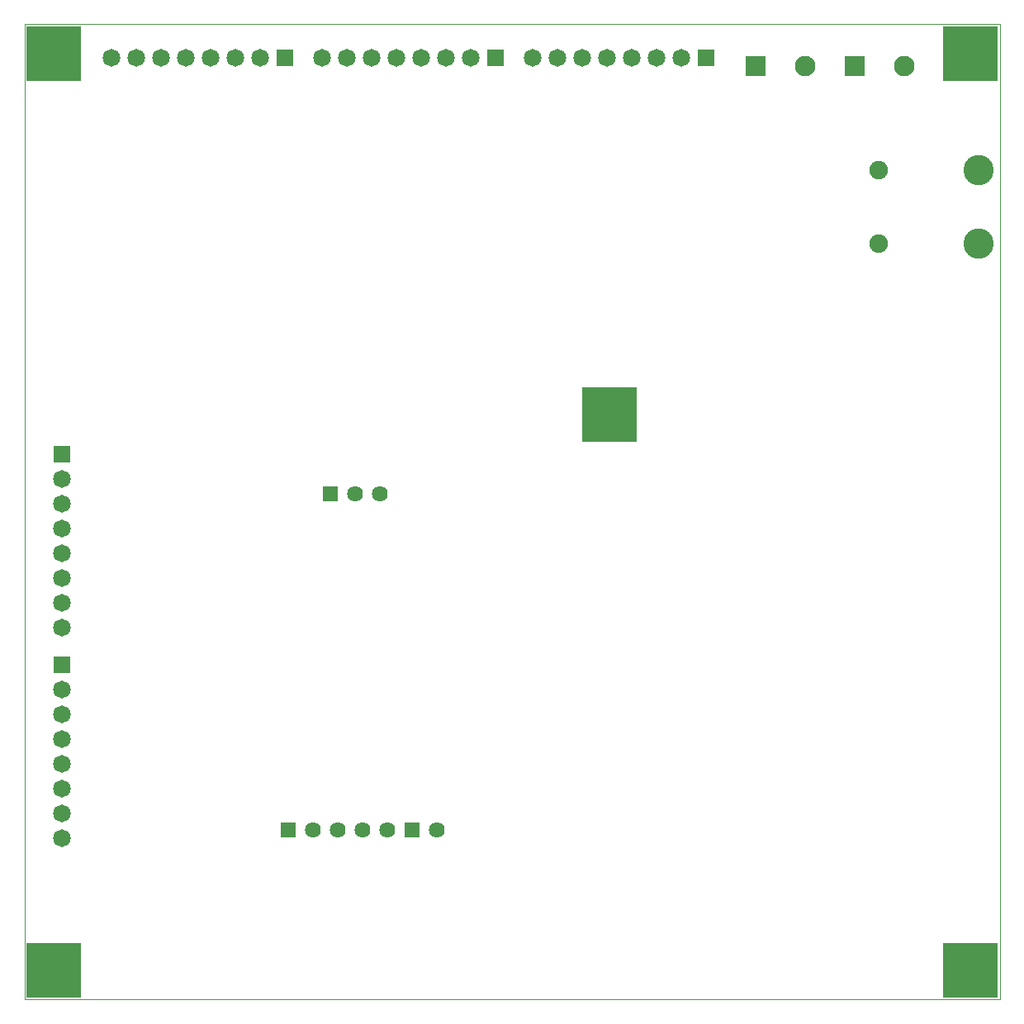
<source format=gbs>
G75*
%MOIN*%
%OFA0B0*%
%FSLAX25Y25*%
%IPPOS*%
%LPD*%
%AMOC8*
5,1,8,0,0,1.08239X$1,22.5*
%
%ADD10C,0.00000*%
%ADD11R,0.07150X0.07150*%
%ADD12C,0.07150*%
%ADD13R,0.08274X0.08274*%
%ADD14C,0.08274*%
%ADD15R,0.06400X0.06400*%
%ADD16C,0.06400*%
%ADD17C,0.07487*%
%ADD18C,0.12211*%
%ADD19R,0.22054X0.22054*%
D10*
X0000000Y0000000D02*
X0000000Y0393701D01*
X0393701Y0393701D01*
X0393701Y0000000D01*
X0000000Y0000000D01*
D11*
X0015000Y0135000D03*
X0015000Y0220000D03*
X0105000Y0380000D03*
X0190000Y0380000D03*
X0275000Y0380000D03*
D12*
X0265000Y0380000D03*
X0255000Y0380000D03*
X0245000Y0380000D03*
X0235000Y0380000D03*
X0225000Y0380000D03*
X0215000Y0380000D03*
X0205000Y0380000D03*
X0180000Y0380000D03*
X0170000Y0380000D03*
X0160000Y0380000D03*
X0150000Y0380000D03*
X0140000Y0380000D03*
X0130000Y0380000D03*
X0120000Y0380000D03*
X0095000Y0380000D03*
X0085000Y0380000D03*
X0075000Y0380000D03*
X0065000Y0380000D03*
X0055000Y0380000D03*
X0045000Y0380000D03*
X0035000Y0380000D03*
X0015000Y0210000D03*
X0015000Y0200000D03*
X0015000Y0190000D03*
X0015000Y0180000D03*
X0015000Y0170000D03*
X0015000Y0160000D03*
X0015000Y0150000D03*
X0015000Y0125000D03*
X0015000Y0115000D03*
X0015000Y0105000D03*
X0015000Y0095000D03*
X0015000Y0085000D03*
X0015000Y0075000D03*
X0015000Y0065000D03*
D13*
X0295000Y0376969D03*
X0335000Y0376969D03*
D14*
X0315000Y0376969D03*
X0355000Y0376969D03*
D15*
X0123622Y0204134D03*
X0106500Y0068500D03*
X0156500Y0068500D03*
D16*
X0146500Y0068500D03*
X0136500Y0068500D03*
X0126500Y0068500D03*
X0116500Y0068500D03*
X0166500Y0068500D03*
X0143622Y0204134D03*
X0133622Y0204134D03*
D17*
X0344724Y0305236D03*
X0344724Y0334764D03*
D18*
X0385276Y0334764D03*
X0385276Y0305236D03*
D19*
X0381850Y0381850D03*
X0236220Y0236220D03*
X0381850Y0011850D03*
X0011850Y0011850D03*
X0011850Y0381850D03*
M02*

</source>
